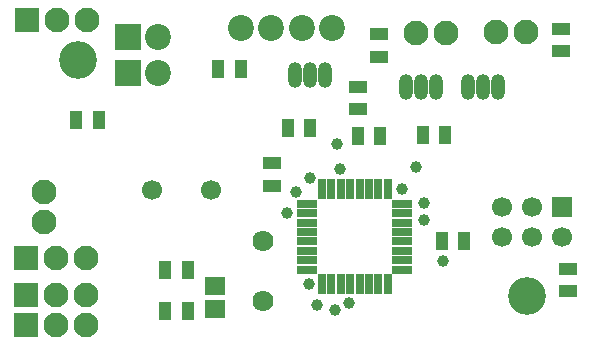
<source format=gts>
%FSLAX42Y42*%
%MOMM*%
G71*
G01*
G75*
G04 Layer_Color=8388736*
%ADD10R,1.40X0.90*%
%ADD11R,0.90X1.40*%
%ADD12R,0.50X1.55*%
%ADD13R,0.50X1.55*%
%ADD14R,1.55X0.50*%
%ADD15R,1.50X1.30*%
%ADD16C,0.80*%
%ADD17C,0.50*%
%ADD18C,1.00*%
%ADD19C,0.40*%
%ADD20C,0.13*%
%ADD21C,3.00*%
%ADD22C,1.90*%
%ADD23C,2.00*%
%ADD24O,1.00X2.00*%
%ADD25O,1.00X2.00*%
%ADD26R,2.00X2.00*%
%ADD27C,1.50*%
%ADD28R,1.50X1.50*%
%ADD29C,1.57*%
%ADD30R,1.90X1.90*%
%ADD31C,0.80*%
%ADD32C,1.00*%
%ADD33C,0.13*%
%ADD34C,0.25*%
%ADD35C,0.20*%
%ADD36C,0.25*%
%ADD37C,0.30*%
%ADD38C,0.15*%
%ADD39C,0.15*%
%ADD40C,0.15*%
%ADD41C,0.20*%
%ADD42R,1.80X0.53*%
%ADD43R,1.60X1.10*%
%ADD44R,1.10X1.60*%
%ADD45R,0.70X1.75*%
%ADD46R,0.70X1.75*%
%ADD47R,1.75X0.70*%
%ADD48R,1.70X1.50*%
%ADD49C,3.20*%
%ADD50C,2.10*%
%ADD51C,2.20*%
%ADD52O,1.20X2.20*%
%ADD53O,1.20X2.20*%
%ADD54R,2.20X2.20*%
%ADD55C,1.70*%
%ADD56R,1.70X1.70*%
%ADD57C,1.78*%
%ADD58R,2.10X2.10*%
%ADD59C,1.00*%
D43*
X4689Y2576D02*
D03*
Y2766D02*
D03*
X3148Y2528D02*
D03*
Y2718D02*
D03*
X2246Y1436D02*
D03*
Y1626D02*
D03*
X4748Y734D02*
D03*
Y544D02*
D03*
X2970Y2273D02*
D03*
Y2083D02*
D03*
D44*
X2376Y1925D02*
D03*
X2566D02*
D03*
X1981Y2424D02*
D03*
X1791D02*
D03*
X3713Y1862D02*
D03*
X3523D02*
D03*
X3874Y967D02*
D03*
X3684D02*
D03*
X1532Y375D02*
D03*
X1342D02*
D03*
X1532Y718D02*
D03*
X1342D02*
D03*
X3162Y1856D02*
D03*
X2972D02*
D03*
X587Y1995D02*
D03*
X777D02*
D03*
D45*
X3226Y1406D02*
D03*
X3146D02*
D03*
X3066D02*
D03*
X2986D02*
D03*
X2906D02*
D03*
X2826D02*
D03*
X2746D02*
D03*
X3226Y601D02*
D03*
X3146D02*
D03*
X3066D02*
D03*
X2986D02*
D03*
X2906D02*
D03*
X2826D02*
D03*
X2746D02*
D03*
X2666D02*
D03*
D46*
Y1406D02*
D03*
D47*
X3349Y723D02*
D03*
Y803D02*
D03*
Y883D02*
D03*
Y963D02*
D03*
Y1043D02*
D03*
Y1123D02*
D03*
Y1203D02*
D03*
Y1283D02*
D03*
X2544Y723D02*
D03*
Y803D02*
D03*
Y883D02*
D03*
Y963D02*
D03*
Y1043D02*
D03*
Y1123D02*
D03*
Y1203D02*
D03*
Y1283D02*
D03*
D48*
X1761Y393D02*
D03*
Y583D02*
D03*
D49*
X4400Y500D02*
D03*
X600Y2500D02*
D03*
D50*
X3467Y2731D02*
D03*
X3721D02*
D03*
X4140Y2736D02*
D03*
X4394D02*
D03*
X420Y507D02*
D03*
X674D02*
D03*
X420Y253D02*
D03*
X674D02*
D03*
X420Y825D02*
D03*
X674D02*
D03*
X317Y1127D02*
D03*
Y1381D02*
D03*
X423Y2836D02*
D03*
X677D02*
D03*
D51*
X2235Y2769D02*
D03*
X1981D02*
D03*
X2502D02*
D03*
X2756D02*
D03*
X1283Y2388D02*
D03*
Y2692D02*
D03*
D52*
X3378Y2273D02*
D03*
X3632D02*
D03*
X4161Y2271D02*
D03*
X3907D02*
D03*
X2692Y2375D02*
D03*
X2438D02*
D03*
D53*
X3505Y2273D02*
D03*
X4034Y2271D02*
D03*
X2565Y2375D02*
D03*
D54*
X1029Y2388D02*
D03*
Y2692D02*
D03*
D55*
X4194Y998D02*
D03*
Y1252D02*
D03*
X4448Y998D02*
D03*
Y1252D02*
D03*
X4702Y998D02*
D03*
X1726Y1401D02*
D03*
X1226D02*
D03*
D56*
X4702Y1252D02*
D03*
D57*
X2169Y457D02*
D03*
Y965D02*
D03*
D58*
X166Y507D02*
D03*
Y253D02*
D03*
Y825D02*
D03*
X169Y2836D02*
D03*
D59*
X2819Y1575D02*
D03*
X2779Y384D02*
D03*
X2626Y422D02*
D03*
X2555Y602D02*
D03*
X2375Y1206D02*
D03*
X2451Y1384D02*
D03*
X2565Y1499D02*
D03*
X2799Y1786D02*
D03*
X3528Y1146D02*
D03*
X3691Y800D02*
D03*
X3462Y1593D02*
D03*
X3348Y1407D02*
D03*
X3528Y1288D02*
D03*
X2893Y442D02*
D03*
M02*

</source>
